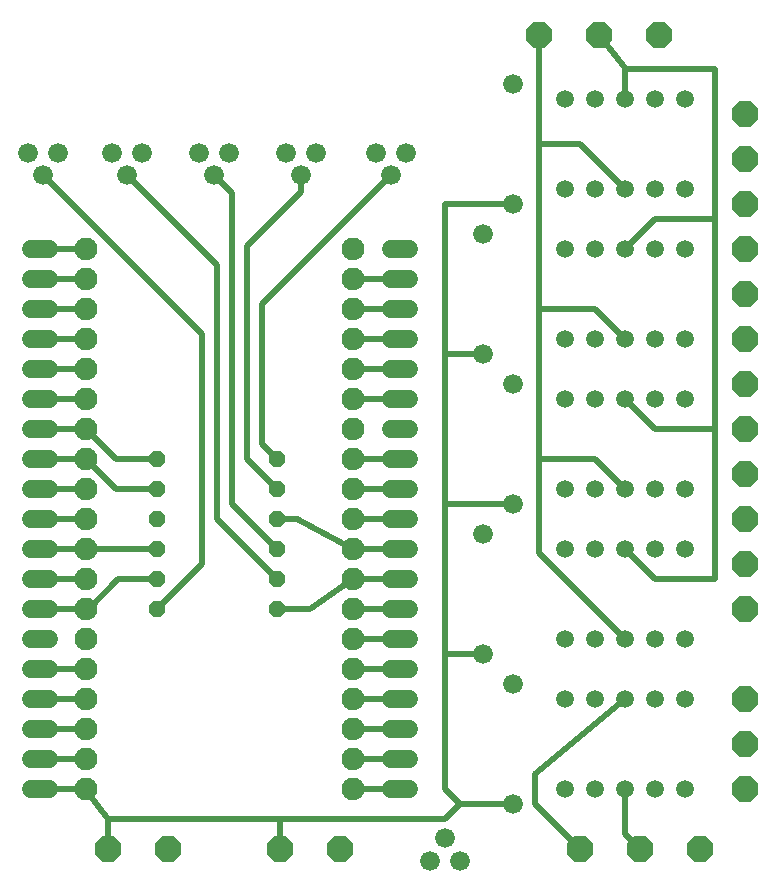
<source format=gbr>
G04 EAGLE Gerber RS-274X export*
G75*
%MOMM*%
%FSLAX34Y34*%
%LPD*%
%INBottom Copper*%
%IPPOS*%
%AMOC8*
5,1,8,0,0,1.08239X$1,22.5*%
G01*
%ADD10C,1.676400*%
%ADD11C,1.508000*%
%ADD12P,2.336880X8X22.500000*%
%ADD13P,2.336880X8X292.500000*%
%ADD14P,1.429621X8X202.500000*%
%ADD15P,1.429621X8X22.500000*%
%ADD16C,1.930400*%
%ADD17C,1.524000*%
%ADD18P,2.336880X8X202.500000*%
%ADD19P,2.336880X8X112.500000*%
%ADD20C,0.508000*%


D10*
X466090Y698500D03*
X466090Y596900D03*
X440690Y571500D03*
X440690Y469900D03*
X466090Y444500D03*
X466090Y342900D03*
X440690Y317500D03*
X440690Y215900D03*
X466090Y190500D03*
X466090Y88900D03*
D11*
X510540Y482600D03*
X535940Y482600D03*
X561340Y482600D03*
X586740Y482600D03*
X612140Y482600D03*
X612140Y558800D03*
X586740Y558800D03*
X561340Y558800D03*
X535940Y558800D03*
X510540Y558800D03*
X510540Y355600D03*
X535940Y355600D03*
X561340Y355600D03*
X586740Y355600D03*
X612140Y355600D03*
X612140Y431800D03*
X586740Y431800D03*
X561340Y431800D03*
X535940Y431800D03*
X510540Y431800D03*
X510540Y228600D03*
X535940Y228600D03*
X561340Y228600D03*
X586740Y228600D03*
X612140Y228600D03*
X612140Y304800D03*
X586740Y304800D03*
X561340Y304800D03*
X535940Y304800D03*
X510540Y304800D03*
X510540Y101600D03*
X535940Y101600D03*
X561340Y101600D03*
X586740Y101600D03*
X612140Y101600D03*
X612140Y177800D03*
X586740Y177800D03*
X561340Y177800D03*
X535940Y177800D03*
X510540Y177800D03*
X510540Y609600D03*
X535940Y609600D03*
X561340Y609600D03*
X586740Y609600D03*
X612140Y609600D03*
X612140Y685800D03*
X586740Y685800D03*
X561340Y685800D03*
X535940Y685800D03*
X510540Y685800D03*
D12*
X662940Y673100D03*
X662940Y635000D03*
X662940Y596900D03*
X662940Y558800D03*
X662940Y520700D03*
X662940Y482600D03*
X662940Y444500D03*
X662940Y406400D03*
X662940Y368300D03*
X662940Y330200D03*
X662940Y292100D03*
X662940Y254000D03*
X662940Y177800D03*
X662940Y139700D03*
X662940Y101600D03*
D13*
X539115Y739775D03*
X488315Y739775D03*
X589915Y739775D03*
X173990Y50800D03*
D14*
X266700Y254000D03*
X165100Y254000D03*
D15*
X165100Y279400D03*
X266700Y279400D03*
X165100Y304800D03*
X266700Y304800D03*
X165100Y355600D03*
X266700Y355600D03*
X165100Y381000D03*
X266700Y381000D03*
D16*
X104240Y558900D03*
X104240Y533500D03*
X104240Y508100D03*
X104240Y482700D03*
X104240Y457300D03*
X104240Y431900D03*
X104240Y406500D03*
X104240Y381100D03*
X104240Y355700D03*
X104240Y330300D03*
X104240Y304900D03*
X104240Y279500D03*
X104240Y254100D03*
X104240Y228700D03*
X104240Y203300D03*
X104240Y177900D03*
X104240Y152500D03*
X104240Y127100D03*
X104240Y101700D03*
X330740Y558900D03*
X330740Y533500D03*
X330740Y508100D03*
X330740Y482700D03*
X330740Y457300D03*
X330740Y431900D03*
X330740Y406500D03*
X330740Y381100D03*
X330740Y355700D03*
X330740Y330300D03*
X330740Y304900D03*
X330740Y279500D03*
X330740Y254100D03*
X330740Y228700D03*
X330740Y203300D03*
X330740Y177900D03*
X330740Y152500D03*
X330740Y127100D03*
X330740Y101700D03*
D17*
X363220Y558800D02*
X378460Y558800D01*
X378460Y533400D02*
X363220Y533400D01*
X363220Y508000D02*
X378460Y508000D01*
X378460Y482600D02*
X363220Y482600D01*
X363220Y457200D02*
X378460Y457200D01*
X378460Y431800D02*
X363220Y431800D01*
X363220Y406400D02*
X378460Y406400D01*
X378460Y381000D02*
X363220Y381000D01*
X363220Y355600D02*
X378460Y355600D01*
X378460Y330200D02*
X363220Y330200D01*
X363220Y304800D02*
X378460Y304800D01*
X378460Y279400D02*
X363220Y279400D01*
X363220Y254000D02*
X378460Y254000D01*
X378460Y228600D02*
X363220Y228600D01*
X363220Y203200D02*
X378460Y203200D01*
X378460Y177800D02*
X363220Y177800D01*
X363220Y152400D02*
X378460Y152400D01*
X378460Y127000D02*
X363220Y127000D01*
X363220Y101600D02*
X378460Y101600D01*
X73660Y558800D02*
X58420Y558800D01*
X58420Y533400D02*
X73660Y533400D01*
X73660Y508000D02*
X58420Y508000D01*
X58420Y482600D02*
X73660Y482600D01*
X73660Y457200D02*
X58420Y457200D01*
X58420Y431800D02*
X73660Y431800D01*
X73660Y406400D02*
X58420Y406400D01*
X58420Y381000D02*
X73660Y381000D01*
X73660Y355600D02*
X58420Y355600D01*
X58420Y330200D02*
X73660Y330200D01*
X73660Y304800D02*
X58420Y304800D01*
X58420Y279400D02*
X73660Y279400D01*
X73660Y254000D02*
X58420Y254000D01*
X58420Y228600D02*
X73660Y228600D01*
X73660Y203200D02*
X58420Y203200D01*
X58420Y177800D02*
X73660Y177800D01*
X73660Y152400D02*
X58420Y152400D01*
X58420Y127000D02*
X73660Y127000D01*
X73660Y101600D02*
X58420Y101600D01*
D18*
X123190Y50800D03*
D12*
X320040Y50800D03*
D14*
X266700Y330200D03*
X165100Y330200D03*
D12*
X269240Y50800D03*
D19*
X523240Y50800D03*
X574040Y50800D03*
X624840Y50800D03*
D10*
X81280Y640080D03*
X68580Y621030D03*
X55880Y640080D03*
X152400Y640080D03*
X139700Y621030D03*
X127000Y640080D03*
X226060Y640080D03*
X213360Y621030D03*
X200660Y640080D03*
X299720Y640080D03*
X287020Y621030D03*
X274320Y640080D03*
X375920Y640080D03*
X363220Y621030D03*
X350520Y640080D03*
X396240Y40640D03*
X408940Y59690D03*
X421640Y40640D03*
D20*
X488315Y508000D02*
X488315Y647700D01*
X488315Y508000D02*
X488315Y381000D01*
X488315Y647700D02*
X488315Y739775D01*
X488315Y381000D02*
X488315Y301625D01*
X561340Y228600D01*
X535940Y381000D02*
X488315Y381000D01*
X535940Y381000D02*
X561340Y355600D01*
X535940Y508000D02*
X488315Y508000D01*
X535940Y508000D02*
X561340Y482600D01*
X561340Y609600D02*
X523240Y647700D01*
X488315Y647700D01*
X440690Y469900D02*
X408940Y469900D01*
X408940Y342900D02*
X466090Y342900D01*
X466090Y88900D02*
X421640Y88900D01*
X408940Y469900D02*
X408940Y596900D01*
X408940Y469900D02*
X408940Y342900D01*
X408940Y215900D01*
X440690Y215900D01*
X466090Y596900D02*
X408940Y596900D01*
X104240Y101700D02*
X104140Y101600D01*
X123190Y76200D01*
X123190Y50800D01*
X269240Y50800D02*
X269240Y76200D01*
X123190Y76200D01*
X104140Y101600D02*
X66040Y101600D01*
X408940Y101600D02*
X408940Y215900D01*
X408940Y101600D02*
X421640Y88900D01*
X408940Y76200D02*
X269240Y76200D01*
X408940Y76200D02*
X421640Y88900D01*
X561975Y711200D02*
X637540Y711200D01*
X561340Y711200D02*
X561340Y685800D01*
X637540Y711200D02*
X637540Y584200D01*
X637540Y406400D01*
X637540Y279400D01*
X561975Y711200D02*
X539115Y739775D01*
X561340Y711200D02*
X561975Y711200D01*
X586740Y279400D02*
X637540Y279400D01*
X586740Y279400D02*
X561340Y304800D01*
X586740Y406400D02*
X637540Y406400D01*
X586740Y406400D02*
X561340Y431800D01*
X561340Y558800D02*
X586740Y584200D01*
X637540Y584200D01*
X215900Y544830D02*
X139700Y621030D01*
X215900Y330200D02*
X266700Y279400D01*
X215900Y330200D02*
X215900Y544830D01*
X228600Y605790D02*
X213360Y621030D01*
X228600Y605790D02*
X228600Y342900D01*
X266700Y304800D01*
X287020Y607060D02*
X287020Y621030D01*
X241300Y381000D02*
X266700Y355600D01*
X241300Y381000D02*
X241300Y561340D01*
X287020Y607060D01*
X254000Y511810D02*
X254000Y393700D01*
X266700Y381000D01*
X254000Y511810D02*
X363220Y621030D01*
X104240Y558900D02*
X66140Y558900D01*
X66040Y558800D01*
X66140Y533500D02*
X104240Y533500D01*
X66140Y533500D02*
X66040Y533400D01*
X66140Y508100D02*
X104240Y508100D01*
X66140Y508100D02*
X66040Y508000D01*
X66140Y482700D02*
X104240Y482700D01*
X66140Y482700D02*
X66040Y482600D01*
X66140Y457300D02*
X104240Y457300D01*
X66140Y457300D02*
X66040Y457200D01*
X66140Y431900D02*
X104240Y431900D01*
X66140Y431900D02*
X66040Y431800D01*
X66140Y406500D02*
X104240Y406500D01*
X66140Y406500D02*
X66040Y406400D01*
X129740Y381000D02*
X165100Y381000D01*
X129740Y381000D02*
X104240Y406500D01*
X104240Y330300D02*
X66140Y330300D01*
X66040Y330200D01*
X66140Y279500D02*
X104240Y279500D01*
X66140Y279500D02*
X66040Y279400D01*
X66140Y203300D02*
X104240Y203300D01*
X66140Y203300D02*
X66040Y203200D01*
X66040Y177800D02*
X104140Y177800D01*
X104240Y177900D01*
X104240Y152500D02*
X66140Y152500D01*
X66040Y152400D01*
X66140Y127100D02*
X104240Y127100D01*
X66140Y127100D02*
X66040Y127000D01*
X330840Y533400D02*
X330740Y533500D01*
X330840Y533400D02*
X370840Y533400D01*
X370740Y482700D02*
X330740Y482700D01*
X370740Y482700D02*
X370840Y482600D01*
X330840Y457200D02*
X330740Y457300D01*
X330840Y457200D02*
X370840Y457200D01*
X330840Y431800D02*
X330740Y431900D01*
X330840Y431800D02*
X370840Y431800D01*
X370740Y381100D02*
X370840Y381000D01*
X370740Y381100D02*
X330740Y381100D01*
X330740Y355700D02*
X330840Y355600D01*
X370840Y355600D01*
X370740Y254100D02*
X330740Y254100D01*
X370740Y254100D02*
X370840Y254000D01*
X370840Y228600D02*
X330840Y228600D01*
X330740Y228700D01*
X330740Y203300D02*
X370740Y203300D01*
X370840Y203200D01*
X370840Y177800D02*
X332740Y177800D01*
X332640Y177900D01*
X330740Y177900D01*
X330740Y152500D02*
X370740Y152500D01*
X370840Y152400D01*
X370840Y127000D02*
X330840Y127000D01*
X330740Y127100D01*
X330740Y101700D02*
X370740Y101700D01*
X370840Y101600D01*
X370840Y330200D02*
X332740Y330200D01*
X332640Y330300D01*
X330740Y330300D01*
X561340Y101600D02*
X561340Y63500D01*
X574040Y50800D01*
X523240Y50800D02*
X485140Y88900D01*
X485140Y114300D02*
X561340Y177800D01*
X485140Y114300D02*
X485140Y88900D01*
X203200Y292100D02*
X203200Y486410D01*
X203200Y292100D02*
X165100Y254000D01*
X203200Y486410D02*
X68580Y621030D01*
X332740Y508000D02*
X370840Y508000D01*
X332740Y508000D02*
X332640Y508100D01*
X330740Y508100D01*
X294640Y254000D02*
X266700Y254000D01*
X330740Y279500D02*
X370840Y279400D01*
X330740Y279500D02*
X294640Y254000D01*
X104240Y254100D02*
X66140Y254100D01*
X66040Y254000D01*
X132080Y279400D02*
X165100Y279400D01*
X132080Y279400D02*
X106780Y254100D01*
X104240Y254100D01*
X104240Y304900D02*
X66140Y304900D01*
X66040Y304800D01*
X104240Y304900D02*
X165100Y304800D01*
X104240Y381100D02*
X66040Y381000D01*
X129740Y355600D02*
X165100Y355600D01*
X129740Y355600D02*
X104240Y381100D01*
X104240Y355700D02*
X66140Y355700D01*
X66040Y355600D01*
X330740Y304900D02*
X370740Y304900D01*
X370840Y304800D01*
X283397Y330200D02*
X266700Y330200D01*
X283397Y330200D02*
X330740Y304900D01*
M02*

</source>
